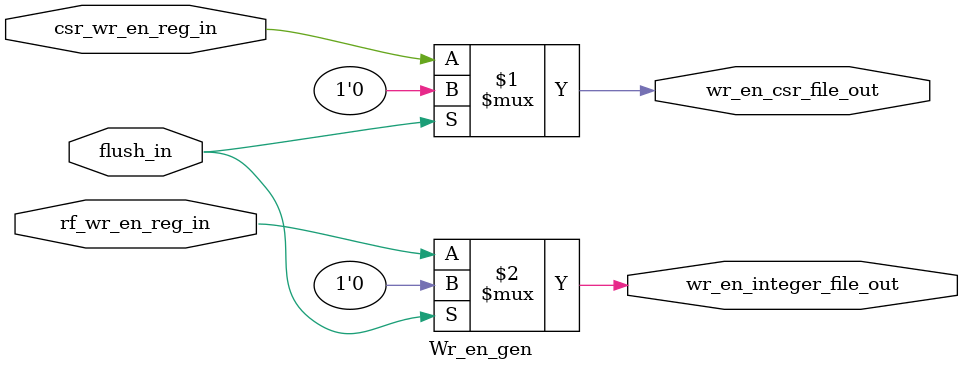
<source format=v>
module Wr_en_gen (
    input wire csr_wr_en_reg_in,
    input wire rf_wr_en_reg_in,
    input wire flush_in,
    output wire wr_en_csr_file_out,
    output wire wr_en_integer_file_out
);

    // Mux to select between csr_wr_en_reg_in and 0 based on flush_in
    assign wr_en_csr_file_out = (flush_in) ? 1'b0 : csr_wr_en_reg_in;

    // Mux to select between rf_wr_en_reg_in and 0 based on flush_in
    assign wr_en_integer_file_out = (flush_in) ? 1'b0 : rf_wr_en_reg_in;

endmodule


</source>
